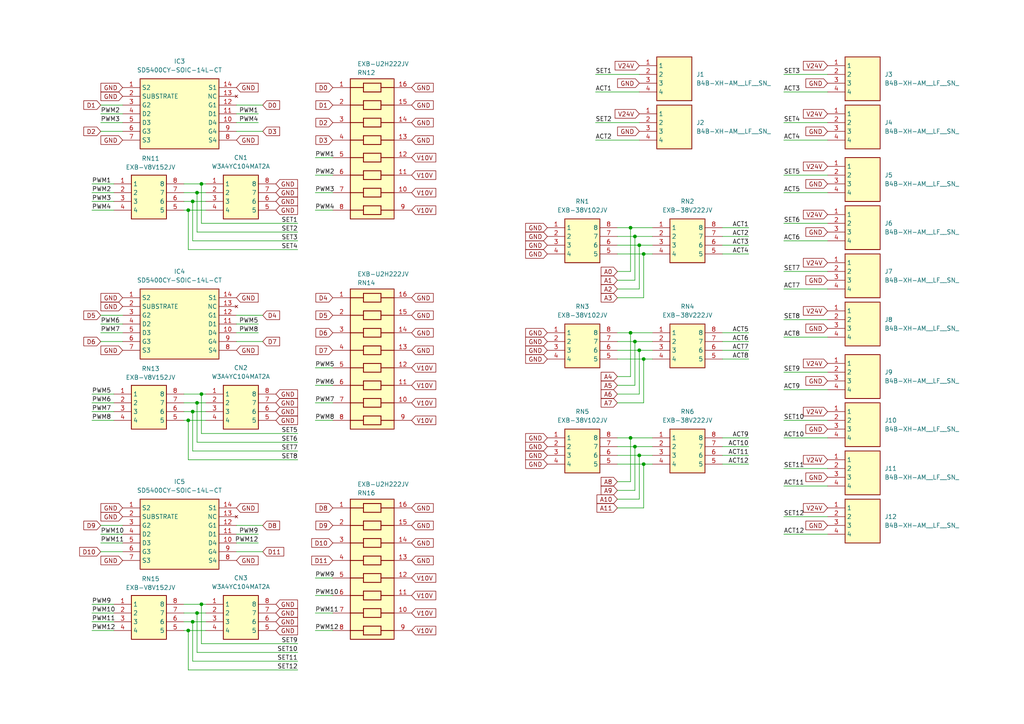
<source format=kicad_sch>
(kicad_sch (version 20231120) (generator "eeschema") (generator_version "8.0")
  (paper "A4")
  (lib_symbols
    (symbol "SamacSys_Parts:B4B-XH-AM__LF__SN_"
      (property "Reference" "J" (at 16.51 7.62 0))
      (property "Value" "B4B-XH-AM__LF__SN_" (at 16.51 5.08 0))
      (symbol "B4B-XH-AM__LF__SN__1_1"
        (pin passive line (at 0 0 0) (length 5.08) (name "1") (number "1"))
        (pin passive line (at 0 -2.54 0) (length 5.08) (name "2") (number "2"))
        (pin passive line (at 0 -5.08 0) (length 5.08) (name "3") (number "3"))
        (pin passive line (at 0 -7.62 0) (length 5.08) (name "4") (number "4"))
      )
    )
    (symbol "SamacSys_Parts:EXB-38V102JV"
      (property "Reference" "RN" (at 16.51 7.62 0))
      (property "Value" "EXB-38V102JV" (at 16.51 5.08 0))
      (symbol "EXB-38V102JV_1_1"
        (pin passive line (at 0 0 0) (length 5.08) (name "1") (number "1"))
        (pin passive line (at 0 -2.54 0) (length 5.08) (name "2") (number "2"))
        (pin passive line (at 0 -5.08 0) (length 5.08) (name "3") (number "3"))
        (pin passive line (at 0 -7.62 0) (length 5.08) (name "4") (number "4"))
        (pin passive line (at 20.32 -7.62 180) (length 5.08) (name "5") (number "5"))
        (pin passive line (at 20.32 -5.08 180) (length 5.08) (name "6") (number "6"))
        (pin passive line (at 20.32 -2.54 180) (length 5.08) (name "7") (number "7"))
        (pin passive line (at 20.32 0 180) (length 5.08) (name "8") (number "8"))
      )
    )
    (symbol "SamacSys_Parts:EXB-38V222JV"
      (property "Reference" "RN" (at 16.51 7.62 0))
      (property "Value" "EXB-38V222JV" (at 16.51 5.08 0))
      (symbol "EXB-38V222JV_1_1"
        (pin passive line (at 0 0 0) (length 5.08) (name "1") (number "1"))
        (pin passive line (at 0 -2.54 0) (length 5.08) (name "2") (number "2"))
        (pin passive line (at 0 -5.08 0) (length 5.08) (name "3") (number "3"))
        (pin passive line (at 0 -7.62 0) (length 5.08) (name "4") (number "4"))
        (pin passive line (at 20.32 -7.62 180) (length 5.08) (name "5") (number "5"))
        (pin passive line (at 20.32 -5.08 180) (length 5.08) (name "6") (number "6"))
        (pin passive line (at 20.32 -2.54 180) (length 5.08) (name "7") (number "7"))
        (pin passive line (at 20.32 0 180) (length 5.08) (name "8") (number "8"))
      )
    )
    (symbol "SamacSys_Parts:EXB-U2H222JV" (pin_names hide)
      (property "Reference" "RN" (at 25.908 -2.54 0))
      (property "Value" "EXB-U2H222JV" (at 25.908 -5.08 0))
      (symbol "EXB-U2H222JV_1_1"
        (pin passive line (at 7.62 -15.24 90) (length 5.08) (name "1") (number "1"))
        (pin passive line (at 38.1 7.62 270) (length 5.08) (name "10") (number "10"))
        (pin passive line (at 33.02 7.62 270) (length 5.08) (name "11") (number "11"))
        (pin passive line (at 27.94 7.62 270) (length 5.08) (name "12") (number "12"))
        (pin passive line (at 22.86 7.62 270) (length 5.08) (name "13") (number "13"))
        (pin passive line (at 17.78 7.62 270) (length 5.08) (name "14") (number "14"))
        (pin passive line (at 12.7 7.62 270) (length 5.08) (name "15") (number "15"))
        (pin passive line (at 7.62 7.62 270) (length 5.08) (name "16") (number "16"))
        (pin passive line (at 12.7 -15.24 90) (length 5.08) (name "2") (number "2"))
        (pin passive line (at 17.78 -15.24 90) (length 5.08) (name "3") (number "3"))
        (pin passive line (at 22.86 -15.24 90) (length 5.08) (name "4") (number "4"))
        (pin passive line (at 27.94 -15.24 90) (length 5.08) (name "5") (number "5"))
        (pin passive line (at 33.02 -15.24 90) (length 5.08) (name "6") (number "6"))
        (pin passive line (at 38.1 -15.24 90) (length 5.08) (name "7") (number "7"))
        (pin passive line (at 43.18 -15.24 90) (length 5.08) (name "8") (number "8"))
        (pin passive line (at 43.18 7.62 270) (length 5.08) (name "9") (number "9"))
      )
    )
    (symbol "SamacSys_Parts:EXB-V8V152JV"
      (property "Reference" "RN" (at 16.51 7.62 0))
      (property "Value" "EXB-V8V152JV" (at 16.51 5.08 0))
      (symbol "EXB-V8V152JV_1_1"
        (pin passive line (at 0 0 0) (length 5.08) (name "1") (number "1"))
        (pin passive line (at 0 -2.54 0) (length 5.08) (name "2") (number "2"))
        (pin passive line (at 0 -5.08 0) (length 5.08) (name "3") (number "3"))
        (pin passive line (at 0 -7.62 0) (length 5.08) (name "4") (number "4"))
        (pin passive line (at 20.32 -7.62 180) (length 5.08) (name "5") (number "5"))
        (pin passive line (at 20.32 -5.08 180) (length 5.08) (name "6") (number "6"))
        (pin passive line (at 20.32 -2.54 180) (length 5.08) (name "7") (number "7"))
        (pin passive line (at 20.32 0 180) (length 5.08) (name "8") (number "8"))
      )
    )
    (symbol "SamacSys_Parts:SD5400CY-SOIC-14L-CT"
      (property "Reference" "IC" (at 29.21 7.62 0))
      (property "Value" "SD5400CY-SOIC-14L-CT" (at 29.21 5.08 0))
      (symbol "SD5400CY-SOIC-14L-CT_1_1"
        (pin passive line (at 0 0 0) (length 5.08) (name "S2") (number "1"))
        (pin passive line (at 33.02 -10.16 180) (length 5.08) (name "D4") (number "10"))
        (pin passive line (at 33.02 -7.62 180) (length 5.08) (name "D1") (number "11"))
        (pin passive line (at 33.02 -5.08 180) (length 5.08) (name "G1") (number "12"))
        (pin no_connect line (at 33.02 -2.54 180) (length 5.08) (name "NC") (number "13"))
        (pin passive line (at 33.02 0 180) (length 5.08) (name "S1") (number "14"))
        (pin passive line (at 0 -2.54 0) (length 5.08) (name "SUBSTRATE") (number "2"))
        (pin passive line (at 0 -5.08 0) (length 5.08) (name "G2") (number "3"))
        (pin passive line (at 0 -7.62 0) (length 5.08) (name "D2") (number "4"))
        (pin passive line (at 0 -10.16 0) (length 5.08) (name "D3") (number "5"))
        (pin passive line (at 0 -12.7 0) (length 5.08) (name "G3") (number "6"))
        (pin passive line (at 0 -15.24 0) (length 5.08) (name "S3") (number "7"))
        (pin passive line (at 33.02 -15.24 180) (length 5.08) (name "S4") (number "8"))
        (pin passive line (at 33.02 -12.7 180) (length 5.08) (name "G4") (number "9"))
      )
    )
    (symbol "SamacSys_Parts:W3A4YC104MAT2A"
      (property "Reference" "CN" (at 16.51 7.62 0))
      (property "Value" "W3A4YC104MAT2A" (at 16.51 5.08 0))
      (symbol "W3A4YC104MAT2A_1_1"
        (pin passive line (at 0 0 0) (length 5.08) (name "1") (number "1"))
        (pin passive line (at 0 -2.54 0) (length 5.08) (name "2") (number "2"))
        (pin passive line (at 0 -5.08 0) (length 5.08) (name "3") (number "3"))
        (pin passive line (at 0 -7.62 0) (length 5.08) (name "4") (number "4"))
        (pin passive line (at 20.32 -7.62 180) (length 5.08) (name "5") (number "5"))
        (pin passive line (at 20.32 -5.08 180) (length 5.08) (name "6") (number "6"))
        (pin passive line (at 20.32 -2.54 180) (length 5.08) (name "7") (number "7"))
        (pin passive line (at 20.32 0 180) (length 5.08) (name "8") (number "8"))
      )
    )
  )
  (junction (at 54.61 182.88))
  (junction (at 184.15 129.54))
  (junction (at 58.42 53.34))
  (junction (at 55.88 58.42))
  (junction (at 55.88 180.34))
  (junction (at 54.61 121.92))
  (junction (at 57.15 177.8))
  (junction (at 186.69 73.66))
  (junction (at 184.15 68.58))
  (junction (at 58.42 114.3))
  (junction (at 54.61 60.96))
  (junction (at 186.69 134.62))
  (junction (at 58.42 175.26))
  (junction (at 184.15 99.06))
  (junction (at 55.88 119.38))
  (junction (at 185.42 132.08))
  (junction (at 57.15 116.84))
  (junction (at 57.15 55.88))
  (junction (at 186.69 104.14))
  (junction (at 182.88 127))
  (junction (at 185.42 71.12))
  (junction (at 182.88 96.52))
  (junction (at 185.42 101.6))
  (junction (at 182.88 66.04))
  (wire (pts (xy 57.15 55.88) (xy 59.69 55.88)))
  (wire (pts (xy 26.67 180.34) (xy 33.02 180.34)))
  (wire (pts (xy 26.67 114.3) (xy 33.02 114.3)))
  (wire (pts (xy 179.07 81.28) (xy 184.15 81.28)))
  (wire (pts (xy 186.69 73.66) (xy 189.23 73.66)))
  (wire (pts (xy 179.07 104.14) (xy 186.69 104.14)))
  (wire (pts (xy 26.67 177.8) (xy 33.02 177.8)))
  (wire (pts (xy 179.07 147.32) (xy 186.69 147.32)))
  (wire (pts (xy 179.07 142.24) (xy 184.15 142.24)))
  (wire (pts (xy 29.21 35.56) (xy 35.56 35.56)))
  (wire (pts (xy 86.36 128.27) (xy 57.15 128.27)))
  (wire (pts (xy 91.44 106.68) (xy 96.52 106.68)))
  (wire (pts (xy 179.07 86.36) (xy 186.69 86.36)))
  (wire (pts (xy 179.07 101.6) (xy 185.42 101.6)))
  (wire (pts (xy 179.07 78.74) (xy 182.88 78.74)))
  (wire (pts (xy 68.58 154.94) (xy 74.93 154.94)))
  (wire (pts (xy 86.36 189.23) (xy 57.15 189.23)))
  (wire (pts (xy 227.33 55.88) (xy 240.03 55.88)))
  (wire (pts (xy 184.15 111.76) (xy 184.15 99.06)))
  (wire (pts (xy 58.42 64.77) (xy 58.42 53.34)))
  (wire (pts (xy 26.67 60.96) (xy 33.02 60.96)))
  (wire (pts (xy 58.42 186.69) (xy 58.42 175.26)))
  (wire (pts (xy 227.33 97.79) (xy 240.03 97.79)))
  (wire (pts (xy 227.33 21.59) (xy 240.03 21.59)))
  (wire (pts (xy 209.55 71.12) (xy 217.17 71.12)))
  (wire (pts (xy 184.15 142.24) (xy 184.15 129.54)))
  (wire (pts (xy 179.07 114.3) (xy 185.42 114.3)))
  (wire (pts (xy 179.07 129.54) (xy 184.15 129.54)))
  (wire (pts (xy 227.33 50.8) (xy 240.03 50.8)))
  (wire (pts (xy 179.07 132.08) (xy 185.42 132.08)))
  (wire (pts (xy 209.55 129.54) (xy 217.17 129.54)))
  (wire (pts (xy 86.36 133.35) (xy 54.61 133.35)))
  (wire (pts (xy 185.42 114.3) (xy 185.42 101.6)))
  (wire (pts (xy 68.58 35.56) (xy 74.93 35.56)))
  (wire (pts (xy 91.44 167.64) (xy 96.52 167.64)))
  (wire (pts (xy 54.61 182.88) (xy 59.69 182.88)))
  (wire (pts (xy 29.21 96.52) (xy 35.56 96.52)))
  (wire (pts (xy 172.72 40.64) (xy 185.42 40.64)))
  (wire (pts (xy 91.44 121.92) (xy 96.52 121.92)))
  (wire (pts (xy 53.34 55.88) (xy 57.15 55.88)))
  (wire (pts (xy 227.33 127) (xy 240.03 127)))
  (wire (pts (xy 86.36 64.77) (xy 58.42 64.77)))
  (wire (pts (xy 209.55 73.66) (xy 217.17 73.66)))
  (wire (pts (xy 185.42 101.6) (xy 189.23 101.6)))
  (wire (pts (xy 86.36 194.31) (xy 54.61 194.31)))
  (wire (pts (xy 185.42 83.82) (xy 185.42 71.12)))
  (wire (pts (xy 179.07 68.58) (xy 184.15 68.58)))
  (wire (pts (xy 26.67 182.88) (xy 33.02 182.88)))
  (wire (pts (xy 29.21 160.02) (xy 35.56 160.02)))
  (wire (pts (xy 185.42 132.08) (xy 189.23 132.08)))
  (wire (pts (xy 29.21 157.48) (xy 35.56 157.48)))
  (wire (pts (xy 53.34 53.34) (xy 58.42 53.34)))
  (wire (pts (xy 186.69 104.14) (xy 189.23 104.14)))
  (wire (pts (xy 91.44 111.76) (xy 96.52 111.76)))
  (wire (pts (xy 68.58 152.4) (xy 76.2 152.4)))
  (wire (pts (xy 186.69 134.62) (xy 189.23 134.62)))
  (wire (pts (xy 179.07 66.04) (xy 182.88 66.04)))
  (wire (pts (xy 86.36 69.85) (xy 55.88 69.85)))
  (wire (pts (xy 91.44 60.96) (xy 96.52 60.96)))
  (wire (pts (xy 227.33 113.03) (xy 240.03 113.03)))
  (wire (pts (xy 55.88 119.38) (xy 59.69 119.38)))
  (wire (pts (xy 26.67 119.38) (xy 33.02 119.38)))
  (wire (pts (xy 184.15 68.58) (xy 189.23 68.58)))
  (wire (pts (xy 184.15 129.54) (xy 189.23 129.54)))
  (wire (pts (xy 179.07 96.52) (xy 182.88 96.52)))
  (wire (pts (xy 227.33 26.67) (xy 240.03 26.67)))
  (wire (pts (xy 53.34 119.38) (xy 55.88 119.38)))
  (wire (pts (xy 179.07 109.22) (xy 182.88 109.22)))
  (wire (pts (xy 227.33 35.56) (xy 240.03 35.56)))
  (wire (pts (xy 227.33 83.82) (xy 240.03 83.82)))
  (wire (pts (xy 57.15 128.27) (xy 57.15 116.84)))
  (wire (pts (xy 57.15 116.84) (xy 59.69 116.84)))
  (wire (pts (xy 26.67 55.88) (xy 33.02 55.88)))
  (wire (pts (xy 29.21 38.1) (xy 35.56 38.1)))
  (wire (pts (xy 29.21 99.06) (xy 35.56 99.06)))
  (wire (pts (xy 182.88 96.52) (xy 182.88 109.22)))
  (wire (pts (xy 179.07 111.76) (xy 184.15 111.76)))
  (wire (pts (xy 209.55 68.58) (xy 217.17 68.58)))
  (wire (pts (xy 57.15 67.31) (xy 57.15 55.88)))
  (wire (pts (xy 209.55 99.06) (xy 217.17 99.06)))
  (wire (pts (xy 55.88 191.77) (xy 55.88 180.34)))
  (wire (pts (xy 53.34 116.84) (xy 57.15 116.84)))
  (wire (pts (xy 184.15 99.06) (xy 189.23 99.06)))
  (wire (pts (xy 29.21 33.02) (xy 35.56 33.02)))
  (wire (pts (xy 58.42 114.3) (xy 59.69 114.3)))
  (wire (pts (xy 182.88 66.04) (xy 189.23 66.04)))
  (wire (pts (xy 172.72 26.67) (xy 185.42 26.67)))
  (wire (pts (xy 227.33 69.85) (xy 240.03 69.85)))
  (wire (pts (xy 68.58 160.02) (xy 76.2 160.02)))
  (wire (pts (xy 54.61 194.31) (xy 54.61 182.88)))
  (wire (pts (xy 68.58 99.06) (xy 76.2 99.06)))
  (wire (pts (xy 53.34 182.88) (xy 54.61 182.88)))
  (wire (pts (xy 54.61 60.96) (xy 59.69 60.96)))
  (wire (pts (xy 186.69 147.32) (xy 186.69 134.62)))
  (wire (pts (xy 179.07 144.78) (xy 185.42 144.78)))
  (wire (pts (xy 179.07 134.62) (xy 186.69 134.62)))
  (wire (pts (xy 179.07 71.12) (xy 185.42 71.12)))
  (wire (pts (xy 227.33 107.95) (xy 240.03 107.95)))
  (wire (pts (xy 227.33 121.92) (xy 240.03 121.92)))
  (wire (pts (xy 227.33 40.64) (xy 240.03 40.64)))
  (wire (pts (xy 227.33 64.77) (xy 240.03 64.77)))
  (wire (pts (xy 68.58 33.02) (xy 74.93 33.02)))
  (wire (pts (xy 86.36 191.77) (xy 55.88 191.77)))
  (wire (pts (xy 54.61 121.92) (xy 59.69 121.92)))
  (wire (pts (xy 227.33 135.89) (xy 240.03 135.89)))
  (wire (pts (xy 209.55 66.04) (xy 217.17 66.04)))
  (wire (pts (xy 227.33 149.86) (xy 240.03 149.86)))
  (wire (pts (xy 91.44 116.84) (xy 96.52 116.84)))
  (wire (pts (xy 26.67 116.84) (xy 33.02 116.84)))
  (wire (pts (xy 179.07 73.66) (xy 186.69 73.66)))
  (wire (pts (xy 209.55 96.52) (xy 217.17 96.52)))
  (wire (pts (xy 182.88 127) (xy 182.88 139.7)))
  (wire (pts (xy 186.69 86.36) (xy 186.69 73.66)))
  (wire (pts (xy 53.34 180.34) (xy 55.88 180.34)))
  (wire (pts (xy 185.42 71.12) (xy 189.23 71.12)))
  (wire (pts (xy 86.36 67.31) (xy 57.15 67.31)))
  (wire (pts (xy 26.67 175.26) (xy 33.02 175.26)))
  (wire (pts (xy 227.33 78.74) (xy 240.03 78.74)))
  (wire (pts (xy 55.88 180.34) (xy 59.69 180.34)))
  (wire (pts (xy 179.07 116.84) (xy 186.69 116.84)))
  (wire (pts (xy 91.44 182.88) (xy 96.52 182.88)))
  (wire (pts (xy 29.21 154.94) (xy 35.56 154.94)))
  (wire (pts (xy 54.61 72.39) (xy 54.61 60.96)))
  (wire (pts (xy 54.61 133.35) (xy 54.61 121.92)))
  (wire (pts (xy 53.34 175.26) (xy 58.42 175.26)))
  (wire (pts (xy 209.55 104.14) (xy 217.17 104.14)))
  (wire (pts (xy 91.44 50.8) (xy 96.52 50.8)))
  (wire (pts (xy 55.88 58.42) (xy 59.69 58.42)))
  (wire (pts (xy 209.55 134.62) (xy 217.17 134.62)))
  (wire (pts (xy 179.07 127) (xy 182.88 127)))
  (wire (pts (xy 209.55 132.08) (xy 217.17 132.08)))
  (wire (pts (xy 58.42 175.26) (xy 59.69 175.26)))
  (wire (pts (xy 172.72 35.56) (xy 185.42 35.56)))
  (wire (pts (xy 179.07 83.82) (xy 185.42 83.82)))
  (wire (pts (xy 53.34 114.3) (xy 58.42 114.3)))
  (wire (pts (xy 26.67 121.92) (xy 33.02 121.92)))
  (wire (pts (xy 58.42 53.34) (xy 59.69 53.34)))
  (wire (pts (xy 53.34 58.42) (xy 55.88 58.42)))
  (wire (pts (xy 209.55 101.6) (xy 217.17 101.6)))
  (wire (pts (xy 182.88 66.04) (xy 182.88 78.74)))
  (wire (pts (xy 29.21 30.48) (xy 35.56 30.48)))
  (wire (pts (xy 68.58 93.98) (xy 74.93 93.98)))
  (wire (pts (xy 68.58 157.48) (xy 74.93 157.48)))
  (wire (pts (xy 86.36 125.73) (xy 58.42 125.73)))
  (wire (pts (xy 185.42 144.78) (xy 185.42 132.08)))
  (wire (pts (xy 53.34 177.8) (xy 57.15 177.8)))
  (wire (pts (xy 68.58 38.1) (xy 76.2 38.1)))
  (wire (pts (xy 179.07 99.06) (xy 184.15 99.06)))
  (wire (pts (xy 29.21 91.44) (xy 35.56 91.44)))
  (wire (pts (xy 91.44 172.72) (xy 96.52 172.72)))
  (wire (pts (xy 227.33 92.71) (xy 240.03 92.71)))
  (wire (pts (xy 26.67 53.34) (xy 33.02 53.34)))
  (wire (pts (xy 91.44 55.88) (xy 96.52 55.88)))
  (wire (pts (xy 68.58 91.44) (xy 76.2 91.44)))
  (wire (pts (xy 68.58 30.48) (xy 76.2 30.48)))
  (wire (pts (xy 55.88 69.85) (xy 55.88 58.42)))
  (wire (pts (xy 26.67 58.42) (xy 33.02 58.42)))
  (wire (pts (xy 86.36 130.81) (xy 55.88 130.81)))
  (wire (pts (xy 209.55 127) (xy 217.17 127)))
  (wire (pts (xy 184.15 81.28) (xy 184.15 68.58)))
  (wire (pts (xy 68.58 96.52) (xy 74.93 96.52)))
  (wire (pts (xy 57.15 177.8) (xy 59.69 177.8)))
  (wire (pts (xy 227.33 140.97) (xy 240.03 140.97)))
  (wire (pts (xy 86.36 186.69) (xy 58.42 186.69)))
  (wire (pts (xy 86.36 72.39) (xy 54.61 72.39)))
  (wire (pts (xy 186.69 116.84) (xy 186.69 104.14)))
  (wire (pts (xy 179.07 139.7) (xy 182.88 139.7)))
  (wire (pts (xy 57.15 189.23) (xy 57.15 177.8)))
  (wire (pts (xy 29.21 152.4) (xy 35.56 152.4)))
  (wire (pts (xy 91.44 177.8) (xy 96.52 177.8)))
  (wire (pts (xy 29.21 93.98) (xy 35.56 93.98)))
  (wire (pts (xy 91.44 45.72) (xy 96.52 45.72)))
  (wire (pts (xy 227.33 154.94) (xy 240.03 154.94)))
  (wire (pts (xy 182.88 96.52) (xy 189.23 96.52)))
  (wire (pts (xy 53.34 60.96) (xy 54.61 60.96)))
  (wire (pts (xy 58.42 125.73) (xy 58.42 114.3)))
  (wire (pts (xy 53.34 121.92) (xy 54.61 121.92)))
  (wire (pts (xy 172.72 21.59) (xy 185.42 21.59)))
  (wire (pts (xy 182.88 127) (xy 189.23 127)))
  (wire (pts (xy 55.88 130.81) (xy 55.88 119.38)))
  (label "ACT12" (at 217.17 134.62 180))
  (label "PWM12" (at 74.93 157.48 180))
  (label "ACT3" (at 217.17 71.12 180))
  (label "PWM4" (at 26.67 60.96 0))
  (label "SET8" (at 86.36 133.35 180))
  (label "ACT4" (at 227.33 40.64 0))
  (label "SET7" (at 86.36 130.81 180))
  (label "PWM3" (at 26.67 58.42 0))
  (label "PWM6" (at 29.21 93.98 0))
  (label "ACT6" (at 217.17 99.06 180))
  (label "PWM4" (at 91.44 60.96 0))
  (label "ACT7" (at 227.33 83.82 0))
  (label "PWM5" (at 91.44 106.68 0))
  (label "PWM1" (at 74.93 33.02 180))
  (label "SET6" (at 86.36 128.27 180))
  (label "PWM9" (at 91.44 167.64 0))
  (label "ACT2" (at 172.72 40.64 0))
  (label "SET2" (at 86.36 67.31 180))
  (label "PWM2" (at 91.44 50.8 0))
  (label "ACT5" (at 227.33 55.88 0))
  (label "PWM1" (at 91.44 45.72 0))
  (label "ACT3" (at 227.33 26.67 0))
  (label "SET5" (at 227.33 50.8 0))
  (label "SET4" (at 227.33 35.56 0))
  (label "ACT8" (at 217.17 104.14 180))
  (label "ACT10" (at 227.33 127 0))
  (label "SET2" (at 172.72 35.56 0))
  (label "PWM2" (at 26.67 55.88 0))
  (label "PWM10" (at 26.67 177.8 0))
  (label "PWM2" (at 29.21 33.02 0))
  (label "ACT5" (at 217.17 96.52 180))
  (label "ACT9" (at 217.17 127 180))
  (label "ACT4" (at 217.17 73.66 180))
  (label "SET10" (at 227.33 121.92 0))
  (label "PWM3" (at 91.44 55.88 0))
  (label "PWM10" (at 91.44 172.72 0))
  (label "SET11" (at 86.36 191.77 180))
  (label "SET8" (at 227.33 92.71 0))
  (label "PWM11" (at 91.44 177.8 0))
  (label "PWM3" (at 29.21 35.56 0))
  (label "PWM12" (at 91.44 182.88 0))
  (label "SET6" (at 227.33 64.77 0))
  (label "PWM8" (at 74.93 96.52 180))
  (label "ACT1" (at 172.72 26.67 0))
  (label "ACT8" (at 227.33 97.79 0))
  (label "PWM8" (at 26.67 121.92 0))
  (label "SET3" (at 86.36 69.85 180))
  (label "PWM6" (at 91.44 111.76 0))
  (label "ACT6" (at 227.33 69.85 0))
  (label "SET9" (at 86.36 186.69 180))
  (label "SET3" (at 227.33 21.59 0))
  (label "PWM7" (at 26.67 119.38 0))
  (label "SET12" (at 227.33 149.86 0))
  (label "PWM12" (at 26.67 182.88 0))
  (label "PWM4" (at 74.93 35.56 180))
  (label "SET10" (at 86.36 189.23 180))
  (label "SET9" (at 227.33 107.95 0))
  (label "ACT11" (at 227.33 140.97 0))
  (label "PWM7" (at 91.44 116.84 0))
  (label "SET5" (at 86.36 125.73 180))
  (label "SET7" (at 227.33 78.74 0))
  (label "SET4" (at 86.36 72.39 180))
  (label "SET1" (at 172.72 21.59 0))
  (label "PWM9" (at 74.93 154.94 180))
  (label "ACT12" (at 227.33 154.94 0))
  (label "PWM11" (at 29.21 157.48 0))
  (label "PWM10" (at 29.21 154.94 0))
  (label "ACT7" (at 217.17 101.6 180))
  (label "ACT2" (at 217.17 68.58 180))
  (label "PWM9" (at 26.67 175.26 0))
  (label "ACT9" (at 227.33 113.03 0))
  (label "PWM11" (at 26.67 180.34 0))
  (label "SET11" (at 227.33 135.89 0))
  (label "ACT1" (at 217.17 66.04 180))
  (label "PWM7" (at 29.21 96.52 0))
  (label "ACT10" (at 217.17 129.54 180))
  (label "PWM5" (at 26.67 114.3 0))
  (label "PWM8" (at 91.44 121.92 0))
  (label "ACT11" (at 217.17 132.08 180))
  (label "PWM1" (at 26.67 53.34 0))
  (label "SET1" (at 86.36 64.77 180))
  (label "PWM5" (at 74.93 93.98 180))
  (label "SET12" (at 86.36 194.31 180))
  (label "PWM6" (at 26.67 116.84 0))
  (global_label "D0" (shape input) (at 76.2 30.48 0) (property "Intersheetrefs" "${INTERSHEET_REFS}" (effects (hide yes))))
  (global_label "V24V" (shape input) (at 240.03 19.05 180) (property "Intersheetrefs" "${INTERSHEET_REFS}" (effects (hide yes))))
  (global_label "GND" (shape input) (at 240.03 95.25 180) (property "Intersheetrefs" "${INTERSHEET_REFS}" (effects (hide yes))))
  (global_label "V24V" (shape input) (at 240.03 119.38 180) (property "Intersheetrefs" "${INTERSHEET_REFS}" (effects (hide yes))))
  (global_label "D1" (shape input) (at 96.52 30.48 180) (property "Intersheetrefs" "${INTERSHEET_REFS}" (effects (hide yes))))
  (global_label "A1" (shape input) (at 179.07 81.28 180) (property "Intersheetrefs" "${INTERSHEET_REFS}" (effects (hide yes))))
  (global_label "GND" (shape input) (at 35.56 27.94 180) (property "Intersheetrefs" "${INTERSHEET_REFS}" (effects (hide yes))))
  (global_label "A9" (shape input) (at 179.07 142.24 180) (property "Intersheetrefs" "${INTERSHEET_REFS}" (effects (hide yes))))
  (global_label "GND" (shape input) (at 80.01 180.34 0) (property "Intersheetrefs" "${INTERSHEET_REFS}" (effects (hide yes))))
  (global_label "V24V" (shape input) (at 185.42 19.05 180) (property "Intersheetrefs" "${INTERSHEET_REFS}" (effects (hide yes))))
  (global_label "GND" (shape input) (at 158.75 73.66 180) (property "Intersheetrefs" "${INTERSHEET_REFS}" (effects (hide yes))))
  (global_label "GND" (shape input) (at 35.56 149.86 180) (property "Intersheetrefs" "${INTERSHEET_REFS}" (effects (hide yes))))
  (global_label "GND" (shape input) (at 158.75 68.58 180) (property "Intersheetrefs" "${INTERSHEET_REFS}" (effects (hide yes))))
  (global_label "V10V" (shape input) (at 119.38 50.8 0) (property "Intersheetrefs" "${INTERSHEET_REFS}" (effects (hide yes))))
  (global_label "GND" (shape input) (at 240.03 67.31 180) (property "Intersheetrefs" "${INTERSHEET_REFS}" (effects (hide yes))))
  (global_label "V10V" (shape input) (at 119.38 167.64 0) (property "Intersheetrefs" "${INTERSHEET_REFS}" (effects (hide yes))))
  (global_label "D3" (shape input) (at 96.52 40.64 180) (property "Intersheetrefs" "${INTERSHEET_REFS}" (effects (hide yes))))
  (global_label "A6" (shape input) (at 179.07 114.3 180) (property "Intersheetrefs" "${INTERSHEET_REFS}" (effects (hide yes))))
  (global_label "GND" (shape input) (at 119.38 147.32 0) (property "Intersheetrefs" "${INTERSHEET_REFS}" (effects (hide yes))))
  (global_label "GND" (shape input) (at 80.01 119.38 0) (property "Intersheetrefs" "${INTERSHEET_REFS}" (effects (hide yes))))
  (global_label "GND" (shape input) (at 80.01 53.34 0) (property "Intersheetrefs" "${INTERSHEET_REFS}" (effects (hide yes))))
  (global_label "GND" (shape input) (at 158.75 71.12 180) (property "Intersheetrefs" "${INTERSHEET_REFS}" (effects (hide yes))))
  (global_label "V10V" (shape input) (at 119.38 60.96 0) (property "Intersheetrefs" "${INTERSHEET_REFS}" (effects (hide yes))))
  (global_label "GND" (shape input) (at 68.58 40.64 0) (property "Intersheetrefs" "${INTERSHEET_REFS}" (effects (hide yes))))
  (global_label "GND" (shape input) (at 158.75 132.08 180) (property "Intersheetrefs" "${INTERSHEET_REFS}" (effects (hide yes))))
  (global_label "GND" (shape input) (at 80.01 175.26 0) (property "Intersheetrefs" "${INTERSHEET_REFS}" (effects (hide yes))))
  (global_label "D6" (shape input) (at 29.21 99.06 180) (property "Intersheetrefs" "${INTERSHEET_REFS}" (effects (hide yes))))
  (global_label "V10V" (shape input) (at 119.38 182.88 0) (property "Intersheetrefs" "${INTERSHEET_REFS}" (effects (hide yes))))
  (global_label "GND" (shape input) (at 35.56 88.9 180) (property "Intersheetrefs" "${INTERSHEET_REFS}" (effects (hide yes))))
  (global_label "A4" (shape input) (at 179.07 109.22 180) (property "Intersheetrefs" "${INTERSHEET_REFS}" (effects (hide yes))))
  (global_label "V10V" (shape input) (at 119.38 177.8 0) (property "Intersheetrefs" "${INTERSHEET_REFS}" (effects (hide yes))))
  (global_label "D5" (shape input) (at 29.21 91.44 180) (property "Intersheetrefs" "${INTERSHEET_REFS}" (effects (hide yes))))
  (global_label "GND" (shape input) (at 119.38 96.52 0) (property "Intersheetrefs" "${INTERSHEET_REFS}" (effects (hide yes))))
  (global_label "A0" (shape input) (at 179.07 78.74 180) (property "Intersheetrefs" "${INTERSHEET_REFS}" (effects (hide yes))))
  (global_label "GND" (shape input) (at 185.42 24.13 180) (property "Intersheetrefs" "${INTERSHEET_REFS}" (effects (hide yes))))
  (global_label "GND" (shape input) (at 80.01 58.42 0) (property "Intersheetrefs" "${INTERSHEET_REFS}" (effects (hide yes))))
  (global_label "GND" (shape input) (at 158.75 99.06 180) (property "Intersheetrefs" "${INTERSHEET_REFS}" (effects (hide yes))))
  (global_label "V24V" (shape input) (at 240.03 105.41 180) (property "Intersheetrefs" "${INTERSHEET_REFS}" (effects (hide yes))))
  (global_label "GND" (shape input) (at 158.75 96.52 180) (property "Intersheetrefs" "${INTERSHEET_REFS}" (effects (hide yes))))
  (global_label "D10" (shape input) (at 29.21 160.02 180) (property "Intersheetrefs" "${INTERSHEET_REFS}" (effects (hide yes))))
  (global_label "V10V" (shape input) (at 119.38 116.84 0) (property "Intersheetrefs" "${INTERSHEET_REFS}" (effects (hide yes))))
  (global_label "GND" (shape input) (at 119.38 162.56 0) (property "Intersheetrefs" "${INTERSHEET_REFS}" (effects (hide yes))))
  (global_label "GND" (shape input) (at 240.03 81.28 180) (property "Intersheetrefs" "${INTERSHEET_REFS}" (effects (hide yes))))
  (global_label "D5" (shape input) (at 96.52 91.44 180) (property "Intersheetrefs" "${INTERSHEET_REFS}" (effects (hide yes))))
  (global_label "GND" (shape input) (at 240.03 110.49 180) (property "Intersheetrefs" "${INTERSHEET_REFS}" (effects (hide yes))))
  (global_label "GND" (shape input) (at 119.38 35.56 0) (property "Intersheetrefs" "${INTERSHEET_REFS}" (effects (hide yes))))
  (global_label "GND" (shape input) (at 68.58 147.32 0) (property "Intersheetrefs" "${INTERSHEET_REFS}" (effects (hide yes))))
  (global_label "D9" (shape input) (at 96.52 152.4 180) (property "Intersheetrefs" "${INTERSHEET_REFS}" (effects (hide yes))))
  (global_label "GND" (shape input) (at 158.75 104.14 180) (property "Intersheetrefs" "${INTERSHEET_REFS}" (effects (hide yes))))
  (global_label "V24V" (shape input) (at 240.03 62.23 180) (property "Intersheetrefs" "${INTERSHEET_REFS}" (effects (hide yes))))
  (global_label "GND" (shape input) (at 158.75 134.62 180) (property "Intersheetrefs" "${INTERSHEET_REFS}" (effects (hide yes))))
  (global_label "GND" (shape input) (at 240.03 38.1 180) (property "Intersheetrefs" "${INTERSHEET_REFS}" (effects (hide yes))))
  (global_label "GND" (shape input) (at 158.75 66.04 180) (property "Intersheetrefs" "${INTERSHEET_REFS}" (effects (hide yes))))
  (global_label "D3" (shape input) (at 76.2 38.1 0) (property "Intersheetrefs" "${INTERSHEET_REFS}" (effects (hide yes))))
  (global_label "GND" (shape input) (at 240.03 138.43 180) (property "Intersheetrefs" "${INTERSHEET_REFS}" (effects (hide yes))))
  (global_label "D8" (shape input) (at 76.2 152.4 0) (property "Intersheetrefs" "${INTERSHEET_REFS}" (effects (hide yes))))
  (global_label "GND" (shape input) (at 240.03 152.4 180) (property "Intersheetrefs" "${INTERSHEET_REFS}" (effects (hide yes))))
  (global_label "D2" (shape input) (at 29.21 38.1 180) (property "Intersheetrefs" "${INTERSHEET_REFS}" (effects (hide yes))))
  (global_label "D8" (shape input) (at 96.52 147.32 180) (property "Intersheetrefs" "${INTERSHEET_REFS}" (effects (hide yes))))
  (global_label "D7" (shape input) (at 96.52 101.6 180) (property "Intersheetrefs" "${INTERSHEET_REFS}" (effects (hide yes))))
  (global_label "GND" (shape input) (at 158.75 129.54 180) (property "Intersheetrefs" "${INTERSHEET_REFS}" (effects (hide yes))))
  (global_label "V24V" (shape input) (at 240.03 76.2 180) (property "Intersheetrefs" "${INTERSHEET_REFS}" (effects (hide yes))))
  (global_label "GND" (shape input) (at 68.58 25.4 0) (property "Intersheetrefs" "${INTERSHEET_REFS}" (effects (hide yes))))
  (global_label "GND" (shape input) (at 119.38 91.44 0) (property "Intersheetrefs" "${INTERSHEET_REFS}" (effects (hide yes))))
  (global_label "GND" (shape input) (at 80.01 60.96 0) (property "Intersheetrefs" "${INTERSHEET_REFS}" (effects (hide yes))))
  (global_label "GND" (shape input) (at 119.38 152.4 0) (property "Intersheetrefs" "${INTERSHEET_REFS}" (effects (hide yes))))
  (global_label "GND" (shape input) (at 80.01 55.88 0) (property "Intersheetrefs" "${INTERSHEET_REFS}" (effects (hide yes))))
  (global_label "GND" (shape input) (at 68.58 162.56 0) (property "Intersheetrefs" "${INTERSHEET_REFS}" (effects (hide yes))))
  (global_label "GND" (shape input) (at 35.56 147.32 180) (property "Intersheetrefs" "${INTERSHEET_REFS}" (effects (hide yes))))
  (global_label "A8" (shape input) (at 179.07 139.7 180) (property "Intersheetrefs" "${INTERSHEET_REFS}" (effects (hide yes))))
  (global_label "GND" (shape input) (at 80.01 177.8 0) (property "Intersheetrefs" "${INTERSHEET_REFS}" (effects (hide yes))))
  (global_label "V24V" (shape input) (at 240.03 133.35 180) (property "Intersheetrefs" "${INTERSHEET_REFS}" (effects (hide yes))))
  (global_label "A3" (shape input) (at 179.07 86.36 180) (property "Intersheetrefs" "${INTERSHEET_REFS}" (effects (hide yes))))
  (global_label "GND" (shape input) (at 119.38 30.48 0) (property "Intersheetrefs" "${INTERSHEET_REFS}" (effects (hide yes))))
  (global_label "GND" (shape input) (at 80.01 114.3 0) (property "Intersheetrefs" "${INTERSHEET_REFS}" (effects (hide yes))))
  (global_label "GND" (shape input) (at 119.38 40.64 0) (property "Intersheetrefs" "${INTERSHEET_REFS}" (effects (hide yes))))
  (global_label "V24V" (shape input) (at 240.03 33.02 180) (property "Intersheetrefs" "${INTERSHEET_REFS}" (effects (hide yes))))
  (global_label "GND" (shape input) (at 80.01 121.92 0) (property "Intersheetrefs" "${INTERSHEET_REFS}" (effects (hide yes))))
  (global_label "A10" (shape input) (at 179.07 144.78 180) (property "Intersheetrefs" "${INTERSHEET_REFS}" (effects (hide yes))))
  (global_label "D2" (shape input) (at 96.52 35.56 180) (property "Intersheetrefs" "${INTERSHEET_REFS}" (effects (hide yes))))
  (global_label "GND" (shape input) (at 240.03 124.46 180) (property "Intersheetrefs" "${INTERSHEET_REFS}" (effects (hide yes))))
  (global_label "V24V" (shape input) (at 185.42 33.02 180) (property "Intersheetrefs" "${INTERSHEET_REFS}" (effects (hide yes))))
  (global_label "GND" (shape input) (at 35.56 101.6 180) (property "Intersheetrefs" "${INTERSHEET_REFS}" (effects (hide yes))))
  (global_label "A7" (shape input) (at 179.07 116.84 180) (property "Intersheetrefs" "${INTERSHEET_REFS}" (effects (hide yes))))
  (global_label "GND" (shape input) (at 240.03 53.34 180) (property "Intersheetrefs" "${INTERSHEET_REFS}" (effects (hide yes))))
  (global_label "GND" (shape input) (at 185.42 38.1 180) (property "Intersheetrefs" "${INTERSHEET_REFS}" (effects (hide yes))))
  (global_label "V24V" (shape input) (at 240.03 147.32 180) (property "Intersheetrefs" "${INTERSHEET_REFS}" (effects (hide yes))))
  (global_label "V10V" (shape input) (at 119.38 55.88 0) (property "Intersheetrefs" "${INTERSHEET_REFS}" (effects (hide yes))))
  (global_label "D10" (shape input) (at 96.52 157.48 180) (property "Intersheetrefs" "${INTERSHEET_REFS}" (effects (hide yes))))
  (global_label "A2" (shape input) (at 179.07 83.82 180) (property "Intersheetrefs" "${INTERSHEET_REFS}" (effects (hide yes))))
  (global_label "V10V" (shape input) (at 119.38 172.72 0) (property "Intersheetrefs" "${INTERSHEET_REFS}" (effects (hide yes))))
  (global_label "V24V" (shape input) (at 240.03 48.26 180) (property "Intersheetrefs" "${INTERSHEET_REFS}" (effects (hide yes))))
  (global_label "D4" (shape input) (at 96.52 86.36 180) (property "Intersheetrefs" "${INTERSHEET_REFS}" (effects (hide yes))))
  (global_label "GND" (shape input) (at 158.75 127 180) (property "Intersheetrefs" "${INTERSHEET_REFS}" (effects (hide yes))))
  (global_label "D11" (shape input) (at 96.52 162.56 180) (property "Intersheetrefs" "${INTERSHEET_REFS}" (effects (hide yes))))
  (global_label "GND" (shape input) (at 240.03 24.13 180) (property "Intersheetrefs" "${INTERSHEET_REFS}" (effects (hide yes))))
  (global_label "GND" (shape input) (at 35.56 25.4 180) (property "Intersheetrefs" "${INTERSHEET_REFS}" (effects (hide yes))))
  (global_label "GND" (shape input) (at 68.58 86.36 0) (property "Intersheetrefs" "${INTERSHEET_REFS}" (effects (hide yes))))
  (global_label "V10V" (shape input) (at 119.38 106.68 0) (property "Intersheetrefs" "${INTERSHEET_REFS}" (effects (hide yes))))
  (global_label "GND" (shape input) (at 35.56 162.56 180) (property "Intersheetrefs" "${INTERSHEET_REFS}" (effects (hide yes))))
  (global_label "D11" (shape input) (at 76.2 160.02 0) (property "Intersheetrefs" "${INTERSHEET_REFS}" (effects (hide yes))))
  (global_label "D6" (shape input) (at 96.52 96.52 180) (property "Intersheetrefs" "${INTERSHEET_REFS}" (effects (hide yes))))
  (global_label "GND" (shape input) (at 119.38 157.48 0) (property "Intersheetrefs" "${INTERSHEET_REFS}" (effects (hide yes))))
  (global_label "V24V" (shape input) (at 240.03 90.17 180) (property "Intersheetrefs" "${INTERSHEET_REFS}" (effects (hide yes))))
  (global_label "GND" (shape input) (at 119.38 86.36 0) (property "Intersheetrefs" "${INTERSHEET_REFS}" (effects (hide yes))))
  (global_label "D1" (shape input) (at 29.21 30.48 180) (property "Intersheetrefs" "${INTERSHEET_REFS}" (effects (hide yes))))
  (global_label "GND" (shape input) (at 119.38 25.4 0) (property "Intersheetrefs" "${INTERSHEET_REFS}" (effects (hide yes))))
  (global_label "GND" (shape input) (at 80.01 182.88 0) (property "Intersheetrefs" "${INTERSHEET_REFS}" (effects (hide yes))))
  (global_label "D9" (shape input) (at 29.21 152.4 180) (property "Intersheetrefs" "${INTERSHEET_REFS}" (effects (hide yes))))
  (global_label "V10V" (shape input) (at 119.38 45.72 0) (property "Intersheetrefs" "${INTERSHEET_REFS}" (effects (hide yes))))
  (global_label "D0" (shape input) (at 96.52 25.4 180) (property "Intersheetrefs" "${INTERSHEET_REFS}" (effects (hide yes))))
  (global_label "A5" (shape input) (at 179.07 111.76 180) (property "Intersheetrefs" "${INTERSHEET_REFS}" (effects (hide yes))))
  (global_label "D7" (shape input) (at 76.2 99.06 0) (property "Intersheetrefs" "${INTERSHEET_REFS}" (effects (hide yes))))
  (global_label "GND" (shape input) (at 35.56 86.36 180) (property "Intersheetrefs" "${INTERSHEET_REFS}" (effects (hide yes))))
  (global_label "GND" (shape input) (at 80.01 116.84 0) (property "Intersheetrefs" "${INTERSHEET_REFS}" (effects (hide yes))))
  (global_label "GND" (shape input) (at 68.58 101.6 0) (property "Intersheetrefs" "${INTERSHEET_REFS}" (effects (hide yes))))
  (global_label "V10V" (shape input) (at 119.38 121.92 0) (property "Intersheetrefs" "${INTERSHEET_REFS}" (effects (hide yes))))
  (global_label "A11" (shape input) (at 179.07 147.32 180) (property "Intersheetrefs" "${INTERSHEET_REFS}" (effects (hide yes))))
  (global_label "GND" (shape input) (at 119.38 101.6 0) (property "Intersheetrefs" "${INTERSHEET_REFS}" (effects (hide yes))))
  (global_label "D4" (shape input) (at 76.2 91.44 0) (property "Intersheetrefs" "${INTERSHEET_REFS}" (effects (hide yes))))
  (global_label "GND" (shape input) (at 158.75 101.6 180) (property "Intersheetrefs" "${INTERSHEET_REFS}" (effects (hide yes))))
  (global_label "V10V" (shape input) (at 119.38 111.76 0) (property "Intersheetrefs" "${INTERSHEET_REFS}" (effects (hide yes))))
  (global_label "GND" (shape input) (at 35.56 40.64 180) (property "Intersheetrefs" "${INTERSHEET_REFS}" (effects (hide yes))))
  (symbol (lib_id "SamacSys_Parts:EXB-V8V152JV") (at 33.02 53.34 0) (unit 1)
    (property "Reference" "RN11" (at 43.688 45.974 0))
    (property "Value" "EXB-V8V152JV" (at 43.688 48.514 0))
    (property "Footprint" "SamacSys_Parts:EXB38V472JV" (effects (hide yes)))
    (property "Datasheet" "https://industrial.panasonic.com/cdbs/www-data/pdf/AOC0000/AOC0000C14.pdf" (effects (hide yes)))
    (property "Description" "Resistor Networks & Arrays 1.5K OHM 5%" (effects (hide yes)))
    (property "Height" "0" (effects (hide yes)))
    (property "Manufacturer_Name" "Panasonic" (effects (hide yes)))
    (property "Manufacturer_Part_Number" "EXB-V8V152JV" (effects (hide yes)))
    (property "Mouser Part Number" "667-EXB-V8V152JV" (effects (hide yes)))
    (property "Mouser Price/Stock" "https://www.mouser.co.uk/ProductDetail/Panasonic/EXB-V8V152JV?qs=uA7cY%2Fh6FfU1uZhF3xaZgw%3D%3D" (effects (hide yes)))
    (property "Arrow Part Number" "EXB-V8V152JV" (effects (hide yes)))
    (property "Arrow Price/Stock" "https://www.arrow.com/en/products/exb-v8v152jv/panasonic?region=europe" (effects (hide yes)))
  )
  (symbol (lib_id "SamacSys_Parts:B4B-XH-AM__LF__SN_") (at 240.03 105.41 0) (unit 1)
    (property "Reference" "J9" (at 256.54 107.9499 0) (effects (justify left)))
    (property "Value" "B4B-XH-AM__LF__SN_" (at 256.54 110.4899 0) (effects (justify left)))
    (property "Footprint" "SamacSys_Parts:B4BXHAMLFSN" (effects (hide yes)))
    (property "Datasheet" "http://www.jst-mfg.com/product/pdf/eng/eXH.pdf" (effects (hide yes)))
    (property "Description" "XH,PCB Header, Through Hole, 4 way, Stra" (effects (hide yes)))
    (property "Height" "7" (effects (hide yes)))
    (property "Manufacturer_Name" "JST (JAPAN SOLDERLESS TERMINALS)" (effects (hide yes)))
    (property "Manufacturer_Part_Number" "B4B-XH-AM (LF)(SN)" (effects (hide yes)))
    (property "Arrow Part Number" "B4B-XH-AM (LF)(SN)" (effects (hide yes)))
    (property "Arrow Price/Stock" "https://www.arrow.com/en/products/b4b-xh-am-lf-sn/jst-manufacturing?utm_currency=USD&region=europe" (effects (hide yes)))
  )
  (symbol (lib_id "SamacSys_Parts:SD5400CY-SOIC-14L-CT") (at 35.56 147.32 0) (unit 1)
    (property "Reference" "IC5" (at 52.07 139.7 0))
    (property "Value" "SD5400CY-SOIC-14L-CT" (at 52.07 142.24 0))
    (property "Footprint" "SamacSys_Parts:SOIC127P600X175-14N" (effects (hide yes)))
    (property "Datasheet" "https://www.mouser.sg/datasheet/2/1442/SD5000SeriesDSRevA12-3180024.pdf" (effects (hide yes)))
    (property "Description" "MOSFET Quad High Speed N-Channel Lateral DMOS JFET Switch With Zener Diode Protection" (effects (hide yes)))
    (property "Height" "1.75" (effects (hide yes)))
    (property "Manufacturer_Name" "Linear Integrated Systems" (effects (hide yes)))
    (property "Manufacturer_Part_Number" "SD5400CY-SOIC-14L-CT" (effects (hide yes)))
    (property "Mouser Part Number" "722-D5400CYSOIC14LCT" (effects (hide yes)))
    (property "Mouser Price/Stock" "https://www.mouser.co.uk/ProductDetail/Linear-Integrated-Systems/SD5400CY-SOIC-14L-CT?qs=T%252BzbugeAwjiENB9uQnJ51Q%3D%3D" (effects (hide yes)))
  )
  (symbol (lib_id "SamacSys_Parts:B4B-XH-AM__LF__SN_") (at 240.03 33.02 0) (unit 1)
    (property "Reference" "J4" (at 256.54 35.5599 0) (effects (justify left)))
    (property "Value" "B4B-XH-AM__LF__SN_" (at 256.54 38.0999 0) (effects (justify left)))
    (property "Footprint" "SamacSys_Parts:B4BXHAMLFSN" (effects (hide yes)))
    (property "Datasheet" "http://www.jst-mfg.com/product/pdf/eng/eXH.pdf" (effects (hide yes)))
    (property "Description" "XH,PCB Header, Through Hole, 4 way, Stra" (effects (hide yes)))
    (property "Height" "7" (effects (hide yes)))
    (property "Manufacturer_Name" "JST (JAPAN SOLDERLESS TERMINALS)" (effects (hide yes)))
    (property "Manufacturer_Part_Number" "B4B-XH-AM (LF)(SN)" (effects (hide yes)))
    (property "Arrow Part Number" "B4B-XH-AM (LF)(SN)" (effects (hide yes)))
    (property "Arrow Price/Stock" "https://www.arrow.com/en/products/b4b-xh-am-lf-sn/jst-manufacturing?utm_currency=USD&region=europe" (effects (hide yes)))
  )
  (symbol (lib_id "SamacSys_Parts:EXB-V8V152JV") (at 33.02 114.3 0) (unit 1)
    (property "Reference" "RN13" (at 43.688 106.934 0))
    (property "Value" "EXB-V8V152JV" (at 43.688 109.474 0))
    (property "Footprint" "SamacSys_Parts:EXB38V472JV" (effects (hide yes)))
    (property "Datasheet" "https://industrial.panasonic.com/cdbs/www-data/pdf/AOC0000/AOC0000C14.pdf" (effects (hide yes)))
    (property "Description" "Resistor Networks & Arrays 1.5K OHM 5%" (effects (hide yes)))
    (property "Height" "0" (effects (hide yes)))
    (property "Manufacturer_Name" "Panasonic" (effects (hide yes)))
    (property "Manufacturer_Part_Number" "EXB-V8V152JV" (effects (hide yes)))
    (property "Mouser Part Number" "667-EXB-V8V152JV" (effects (hide yes)))
    (property "Mouser Price/Stock" "https://www.mouser.co.uk/ProductDetail/Panasonic/EXB-V8V152JV?qs=uA7cY%2Fh6FfU1uZhF3xaZgw%3D%3D" (effects (hide yes)))
    (property "Arrow Part Number" "EXB-V8V152JV" (effects (hide yes)))
    (property "Arrow Price/Stock" "https://www.arrow.com/en/products/exb-v8v152jv/panasonic?region=europe" (effects (hide yes)))
  )
  (symbol (lib_id "SamacSys_Parts:B4B-XH-AM__LF__SN_") (at 240.03 133.35 0) (unit 1)
    (property "Reference" "J11" (at 256.54 135.8899 0) (effects (justify left)))
    (property "Value" "B4B-XH-AM__LF__SN_" (at 256.54 138.4299 0) (effects (justify left)))
    (property "Footprint" "SamacSys_Parts:B4BXHAMLFSN" (effects (hide yes)))
    (property "Datasheet" "http://www.jst-mfg.com/product/pdf/eng/eXH.pdf" (effects (hide yes)))
    (property "Description" "XH,PCB Header, Through Hole, 4 way, Stra" (effects (hide yes)))
    (property "Height" "7" (effects (hide yes)))
    (property "Manufacturer_Name" "JST (JAPAN SOLDERLESS TERMINALS)" (effects (hide yes)))
    (property "Manufacturer_Part_Number" "B4B-XH-AM (LF)(SN)" (effects (hide yes)))
    (property "Arrow Part Number" "B4B-XH-AM (LF)(SN)" (effects (hide yes)))
    (property "Arrow Price/Stock" "https://www.arrow.com/en/products/b4b-xh-am-lf-sn/jst-manufacturing?utm_currency=USD&region=europe" (effects (hide yes)))
  )
  (symbol (lib_id "SamacSys_Parts:SD5400CY-SOIC-14L-CT") (at 35.56 25.4 0) (unit 1)
    (property "Reference" "IC3" (at 52.07 17.78 0))
    (property "Value" "SD5400CY-SOIC-14L-CT" (at 52.07 20.32 0))
    (property "Footprint" "SamacSys_Parts:SOIC127P600X175-14N" (effects (hide yes)))
    (property "Datasheet" "https://www.mouser.sg/datasheet/2/1442/SD5000SeriesDSRevA12-3180024.pdf" (effects (hide yes)))
    (property "Description" "MOSFET Quad High Speed N-Channel Lateral DMOS JFET Switch With Zener Diode Protection" (effects (hide yes)))
    (property "Height" "1.75" (effects (hide yes)))
    (property "Manufacturer_Name" "Linear Integrated Systems" (effects (hide yes)))
    (property "Manufacturer_Part_Number" "SD5400CY-SOIC-14L-CT" (effects (hide yes)))
    (property "Mouser Part Number" "722-D5400CYSOIC14LCT" (effects (hide yes)))
    (property "Mouser Price/Stock" "https://www.mouser.co.uk/ProductDetail/Linear-Integrated-Systems/SD5400CY-SOIC-14L-CT?qs=T%252BzbugeAwjiENB9uQnJ51Q%3D%3D" (effects (hide yes)))
  )
  (symbol (lib_id "SamacSys_Parts:EXB-U2H222JV") (at 111.76 78.74 270) (unit 1)
    (property "Reference" "RN14" (at 103.632 82.042 90) (effects (justify left)))
    (property "Value" "EXB-U2H222JV" (at 103.632 79.502 90) (effects (justify left)))
    (property "Footprint" "SamacSys_Parts:EXBU2H" (effects (hide yes)))
    (property "Datasheet" "https://industrial.panasonic.com/cdbs/www-data/pdf/AOC0000/AOC0000C20.pdf" (effects (hide yes)))
    (property "Description" "Series/Type: Anti-Sulfurated Chip Resistor Array, Power Rating (W): 0.063, Chip Size (LxW) (mm): 3.8 X 1.6, Resistance Values (): 2200, Resistance Tolerance (%): 5, Terminal Pitch (mm): 0.5, Type of Circuit: Isolated Circuit, Number of Elements (piece): 8, T.C.R (10/K): +/-200, Number of Terminals (piece): 16" (effects (hide yes)))
    (property "Height" "0.55" (effects (hide yes)))
    (property "Manufacturer_Name" "Panasonic" (effects (hide yes)))
    (property "Manufacturer_Part_Number" "EXB-U2H222JV" (effects (hide yes)))
    (property "Mouser Part Number" "667-EXB-U2H222JV" (effects (hide yes)))
    (property "Mouser Price/Stock" "https://www.mouser.co.uk/ProductDetail/Panasonic/EXB-U2H222JV?qs=Z3CaLxJiOJJREq8ZCS23lg%3D%3D" (effects (hide yes)))
  )
  (symbol (lib_id "SamacSys_Parts:B4B-XH-AM__LF__SN_") (at 240.03 62.23 0) (unit 1)
    (property "Reference" "J6" (at 256.54 64.7699 0) (effects (justify left)))
    (property "Value" "B4B-XH-AM__LF__SN_" (at 256.54 67.3099 0) (effects (justify left)))
    (property "Footprint" "SamacSys_Parts:B4BXHAMLFSN" (effects (hide yes)))
    (property "Datasheet" "http://www.jst-mfg.com/product/pdf/eng/eXH.pdf" (effects (hide yes)))
    (property "Description" "XH,PCB Header, Through Hole, 4 way, Stra" (effects (hide yes)))
    (property "Height" "7" (effects (hide yes)))
    (property "Manufacturer_Name" "JST (JAPAN SOLDERLESS TERMINALS)" (effects (hide yes)))
    (property "Manufacturer_Part_Number" "B4B-XH-AM (LF)(SN)" (effects (hide yes)))
    (property "Arrow Part Number" "B4B-XH-AM (LF)(SN)" (effects (hide yes)))
    (property "Arrow Price/Stock" "https://www.arrow.com/en/products/b4b-xh-am-lf-sn/jst-manufacturing?utm_currency=USD&region=europe" (effects (hide yes)))
  )
  (symbol (lib_id "SamacSys_Parts:B4B-XH-AM__LF__SN_") (at 240.03 90.17 0) (unit 1)
    (property "Reference" "J8" (at 256.54 92.7099 0) (effects (justify left)))
    (property "Value" "B4B-XH-AM__LF__SN_" (at 256.54 95.2499 0) (effects (justify left)))
    (property "Footprint" "SamacSys_Parts:B4BXHAMLFSN" (effects (hide yes)))
    (property "Datasheet" "http://www.jst-mfg.com/product/pdf/eng/eXH.pdf" (effects (hide yes)))
    (property "Description" "XH,PCB Header, Through Hole, 4 way, Stra" (effects (hide yes)))
    (property "Height" "7" (effects (hide yes)))
    (property "Manufacturer_Name" "JST (JAPAN SOLDERLESS TERMINALS)" (effects (hide yes)))
    (property "Manufacturer_Part_Number" "B4B-XH-AM (LF)(SN)" (effects (hide yes)))
    (property "Arrow Part Number" "B4B-XH-AM (LF)(SN)" (effects (hide yes)))
    (property "Arrow Price/Stock" "https://www.arrow.com/en/products/b4b-xh-am-lf-sn/jst-manufacturing?utm_currency=USD&region=europe" (effects (hide yes)))
  )
  (symbol (lib_id "SamacSys_Parts:B4B-XH-AM__LF__SN_") (at 240.03 48.26 0) (unit 1)
    (property "Reference" "J5" (at 256.54 50.7999 0) (effects (justify left)))
    (property "Value" "B4B-XH-AM__LF__SN_" (at 256.54 53.3399 0) (effects (justify left)))
    (property "Footprint" "SamacSys_Parts:B4BXHAMLFSN" (effects (hide yes)))
    (property "Datasheet" "http://www.jst-mfg.com/product/pdf/eng/eXH.pdf" (effects (hide yes)))
    (property "Description" "XH,PCB Header, Through Hole, 4 way, Stra" (effects (hide yes)))
    (property "Height" "7" (effects (hide yes)))
    (property "Manufacturer_Name" "JST (JAPAN SOLDERLESS TERMINALS)" (effects (hide yes)))
    (property "Manufacturer_Part_Number" "B4B-XH-AM (LF)(SN)" (effects (hide yes)))
    (property "Arrow Part Number" "B4B-XH-AM (LF)(SN)" (effects (hide yes)))
    (property "Arrow Price/Stock" "https://www.arrow.com/en/products/b4b-xh-am-lf-sn/jst-manufacturing?utm_currency=USD&region=europe" (effects (hide yes)))
  )
  (symbol (lib_id "SamacSys_Parts:B4B-XH-AM__LF__SN_") (at 240.03 19.05 0) (unit 1)
    (property "Reference" "J3" (at 256.54 21.5899 0) (effects (justify left)))
    (property "Value" "B4B-XH-AM__LF__SN_" (at 256.54 24.1299 0) (effects (justify left)))
    (property "Footprint" "SamacSys_Parts:B4BXHAMLFSN" (effects (hide yes)))
    (property "Datasheet" "http://www.jst-mfg.com/product/pdf/eng/eXH.pdf" (effects (hide yes)))
    (property "Description" "XH,PCB Header, Through Hole, 4 way, Stra" (effects (hide yes)))
    (property "Height" "7" (effects (hide yes)))
    (property "Manufacturer_Name" "JST (JAPAN SOLDERLESS TERMINALS)" (effects (hide yes)))
    (property "Manufacturer_Part_Number" "B4B-XH-AM (LF)(SN)" (effects (hide yes)))
    (property "Arrow Part Number" "B4B-XH-AM (LF)(SN)" (effects (hide yes)))
    (property "Arrow Price/Stock" "https://www.arrow.com/en/products/b4b-xh-am-lf-sn/jst-manufacturing?utm_currency=USD&region=europe" (effects (hide yes)))
  )
  (symbol (lib_id "SamacSys_Parts:SD5400CY-SOIC-14L-CT") (at 35.56 86.36 0) (unit 1)
    (property "Reference" "IC4" (at 52.07 78.74 0))
    (property "Value" "SD5400CY-SOIC-14L-CT" (at 52.07 81.28 0))
    (property "Footprint" "SamacSys_Parts:SOIC127P600X175-14N" (effects (hide yes)))
    (property "Datasheet" "https://www.mouser.sg/datasheet/2/1442/SD5000SeriesDSRevA12-3180024.pdf" (effects (hide yes)))
    (property "Description" "MOSFET Quad High Speed N-Channel Lateral DMOS JFET Switch With Zener Diode Protection" (effects (hide yes)))
    (property "Height" "1.75" (effects (hide yes)))
    (property "Manufacturer_Name" "Linear Integrated Systems" (effects (hide yes)))
    (property "Manufacturer_Part_Number" "SD5400CY-SOIC-14L-CT" (effects (hide yes)))
    (property "Mouser Part Number" "722-D5400CYSOIC14LCT" (effects (hide yes)))
    (property "Mouser Price/Stock" "https://www.mouser.co.uk/ProductDetail/Linear-Integrated-Systems/SD5400CY-SOIC-14L-CT?qs=T%252BzbugeAwjiENB9uQnJ51Q%3D%3D" (effects (hide yes)))
  )
  (symbol (lib_id "SamacSys_Parts:EXB-38V102JV") (at 158.75 66.04 0) (unit 1)
    (property "Reference" "RN1" (at 168.91 58.42 0))
    (property "Value" "EXB-38V102JV" (at 168.91 60.96 0))
    (property "Footprint" "SamacSys_Parts:EXB38V102JV" (effects (hide yes)))
    (property "Datasheet" "https://www.arrow.com/en/products/exb38v102jv/panasonic" (effects (hide yes)))
    (property "Description" "Resistor Networks & Arrays 1K OHM 5%" (effects (hide yes)))
    (property "Height" "0.6" (effects (hide yes)))
    (property "Manufacturer_Name" "Panasonic" (effects (hide yes)))
    (property "Manufacturer_Part_Number" "EXB-38V102JV" (effects (hide yes)))
    (property "Mouser Part Number" "667-EXB-38V102JV" (effects (hide yes)))
    (property "Mouser Price/Stock" "https://www.mouser.co.uk/ProductDetail/Panasonic/EXB-38V102JV?qs=oE3VwAv%2FYtlBbEZVoPg0XA%3D%3D" (effects (hide yes)))
    (property "Arrow Part Number" "EXB-38V102JV" (effects (hide yes)))
    (property "Arrow Price/Stock" "https://www.arrow.com/en/products/exb38v102jv/panasonic?region=europe" (effects (hide yes)))
  )
  (symbol (lib_id "SamacSys_Parts:W3A4YC104MAT2A") (at 59.69 175.26 0) (unit 1)
    (property "Reference" "CN3" (at 69.85 167.64 0))
    (property "Value" "W3A4YC104MAT2A" (at 69.85 170.18 0))
    (property "Footprint" "SamacSys_Parts:W3A4YC104MAT2A" (effects (hide yes)))
    (property "Datasheet" "https://componentsearchengine.com/Datasheets/2/W3A4YC104MAT2A.pdf" (effects (hide yes)))
    (property "Description" "AVX - W3A4YC104MAT2A - Capacitor Array, IPC, 0.1 F, 0612 [1632 Metric], 16 V, 4 Element, SMD" (effects (hide yes)))
    (property "Height" "1.35" (effects (hide yes)))
    (property "Manufacturer_Name" "Kyocera AVX" (effects (hide yes)))
    (property "Manufacturer_Part_Number" "W3A4YC104MAT2A" (effects (hide yes)))
    (property "Mouser Part Number" "581-W3A4YC104MAT2A" (effects (hide yes)))
    (property "Mouser Price/Stock" "https://www.mouser.co.uk/ProductDetail/KYOCERA-AVX/W3A4YC104MAT2A?qs=DdDi5Yj9iRRP6r0HpGq8BQ%3D%3D" (effects (hide yes)))
    (property "Arrow Part Number" "W3A4YC104MAT2A" (effects (hide yes)))
    (property "Arrow Price/Stock" "https://www.arrow.com/en/products/w3a4yc104mat2a/avx" (effects (hide yes)))
  )
  (symbol (lib_id "SamacSys_Parts:EXB-38V222JV") (at 189.23 96.52 0) (unit 1)
    (property "Reference" "RN4" (at 199.39 88.9 0))
    (property "Value" "EXB-38V222JV" (at 199.39 91.44 0))
    (property "Footprint" "SamacSys_Parts:EXB38V472JV" (effects (hide yes)))
    (property "Datasheet" "https://industrial.panasonic.com/cdbs/www-data/pdf/AOC0000/AOC0000C14.pdf" (effects (hide yes)))
    (property "Description" "Resistor Networks & Arrays 0603 2.2Kohms 4Res Convex Term AEC-Q200" (effects (hide yes)))
    (property "Height" "0" (effects (hide yes)))
    (property "Manufacturer_Name" "Panasonic" (effects (hide yes)))
    (property "Manufacturer_Part_Number" "EXB-38V222JV" (effects (hide yes)))
    (property "Mouser Part Number" "667-EXB-38V222JV" (effects (hide yes)))
    (property "Mouser Price/Stock" "https://www.mouser.co.uk/ProductDetail/Panasonic/EXB-38V222JV?qs=0q6jlcGHEi04MPjBg42zRg%3D%3D" (effects (hide yes)))
    (property "Arrow Part Number" "EXB-38V222JV" (effects (hide yes)))
    (property "Arrow Price/Stock" "https://www.arrow.com/en/products/exb38v222jv/panasonic?region=nac" (effects (hide yes)))
  )
  (symbol (lib_id "SamacSys_Parts:EXB-U2H222JV") (at 111.76 139.7 270) (unit 1)
    (property "Reference" "RN16" (at 103.632 143.002 90) (effects (justify left)))
    (property "Value" "EXB-U2H222JV" (at 103.632 140.462 90) (effects (justify left)))
    (property "Footprint" "SamacSys_Parts:EXBU2H" (effects (hide yes)))
    (property "Datasheet" "https://industrial.panasonic.com/cdbs/www-data/pdf/AOC0000/AOC0000C20.pdf" (effects (hide yes)))
    (property "Description" "Series/Type: Anti-Sulfurated Chip Resistor Array, Power Rating (W): 0.063, Chip Size (LxW) (mm): 3.8 X 1.6, Resistance Values (): 2200, Resistance Tolerance (%): 5, Terminal Pitch (mm): 0.5, Type of Circuit: Isolated Circuit, Number of Elements (piece): 8, T.C.R (10/K): +/-200, Number of Terminals (piece): 16" (effects (hide yes)))
    (property "Height" "0.55" (effects (hide yes)))
    (property "Manufacturer_Name" "Panasonic" (effects (hide yes)))
    (property "Manufacturer_Part_Number" "EXB-U2H222JV" (effects (hide yes)))
    (property "Mouser Part Number" "667-EXB-U2H222JV" (effects (hide yes)))
    (property "Mouser Price/Stock" "https://www.mouser.co.uk/ProductDetail/Panasonic/EXB-U2H222JV?qs=Z3CaLxJiOJJREq8ZCS23lg%3D%3D" (effects (hide yes)))
  )
  (symbol (lib_id "SamacSys_Parts:B4B-XH-AM__LF__SN_") (at 185.42 33.02 0) (unit 1)
    (property "Reference" "J2" (at 201.93 35.5599 0) (effects (justify left)))
    (property "Value" "B4B-XH-AM__LF__SN_" (at 201.93 38.0999 0) (effects (justify left)))
    (property "Footprint" "SamacSys_Parts:B4BXHAMLFSN" (effects (hide yes)))
    (property "Datasheet" "http://www.jst-mfg.com/product/pdf/eng/eXH.pdf" (effects (hide yes)))
    (property "Description" "XH,PCB Header, Through Hole, 4 way, Stra" (effects (hide yes)))
    (property "Height" "7" (effects (hide yes)))
    (property "Manufacturer_Name" "JST (JAPAN SOLDERLESS TERMINALS)" (effects (hide yes)))
    (property "Manufacturer_Part_Number" "B4B-XH-AM (LF)(SN)" (effects (hide yes)))
    (property "Arrow Part Number" "B4B-XH-AM (LF)(SN)" (effects (hide yes)))
    (property "Arrow Price/Stock" "https://www.arrow.com/en/products/b4b-xh-am-lf-sn/jst-manufacturing?utm_currency=USD&region=europe" (effects (hide yes)))
  )
  (symbol (lib_id "SamacSys_Parts:EXB-U2H222JV") (at 111.76 17.78 270) (unit 1)
    (property "Reference" "RN12" (at 103.632 21.082 90) (effects (justify left)))
    (property "Value" "EXB-U2H222JV" (at 103.632 18.542 90) (effects (justify left)))
    (property "Footprint" "SamacSys_Parts:EXBU2H" (effects (hide yes)))
    (property "Datasheet" "https://industrial.panasonic.com/cdbs/www-data/pdf/AOC0000/AOC0000C20.pdf" (effects (hide yes)))
    (property "Description" "Series/Type: Anti-Sulfurated Chip Resistor Array, Power Rating (W): 0.063, Chip Size (LxW) (mm): 3.8 X 1.6, Resistance Values (): 2200, Resistance Tolerance (%): 5, Terminal Pitch (mm): 0.5, Type of Circuit: Isolated Circuit, Number of Elements (piece): 8, T.C.R (10/K): +/-200, Number of Terminals (piece): 16" (effects (hide yes)))
    (property "Height" "0.55" (effects (hide yes)))
    (property "Manufacturer_Name" "Panasonic" (effects (hide yes)))
    (property "Manufacturer_Part_Number" "EXB-U2H222JV" (effects (hide yes)))
    (property "Mouser Part Number" "667-EXB-U2H222JV" (effects (hide yes)))
    (property "Mouser Price/Stock" "https://www.mouser.co.uk/ProductDetail/Panasonic/EXB-U2H222JV?qs=Z3CaLxJiOJJREq8ZCS23lg%3D%3D" (effects (hide yes)))
  )
  (symbol (lib_id "SamacSys_Parts:W3A4YC104MAT2A") (at 59.69 53.34 0) (unit 1)
    (property "Reference" "CN1" (at 69.85 45.72 0))
    (property "Value" "W3A4YC104MAT2A" (at 69.85 48.26 0))
    (property "Footprint" "SamacSys_Parts:W3A4YC104MAT2A" (effects (hide yes)))
    (property "Datasheet" "https://componentsearchengine.com/Datasheets/2/W3A4YC104MAT2A.pdf" (effects (hide yes)))
    (property "Description" "AVX - W3A4YC104MAT2A - Capacitor Array, IPC, 0.1 F, 0612 [1632 Metric], 16 V, 4 Element, SMD" (effects (hide yes)))
    (property "Height" "1.35" (effects (hide yes)))
    (property "Manufacturer_Name" "Kyocera AVX" (effects (hide yes)))
    (property "Manufacturer_Part_Number" "W3A4YC104MAT2A" (effects (hide yes)))
    (property "Mouser Part Number" "581-W3A4YC104MAT2A" (effects (hide yes)))
    (property "Mouser Price/Stock" "https://www.mouser.co.uk/ProductDetail/KYOCERA-AVX/W3A4YC104MAT2A?qs=DdDi5Yj9iRRP6r0HpGq8BQ%3D%3D" (effects (hide yes)))
    (property "Arrow Part Number" "W3A4YC104MAT2A" (effects (hide yes)))
    (property "Arrow Price/Stock" "https://www.arrow.com/en/products/w3a4yc104mat2a/avx" (effects (hide yes)))
  )
  (symbol (lib_id "SamacSys_Parts:W3A4YC104MAT2A") (at 59.69 114.3 0) (unit 1)
    (property "Reference" "CN2" (at 69.85 106.68 0))
    (property "Value" "W3A4YC104MAT2A" (at 69.85 109.22 0))
    (property "Footprint" "SamacSys_Parts:W3A4YC104MAT2A" (effects (hide yes)))
    (property "Datasheet" "https://componentsearchengine.com/Datasheets/2/W3A4YC104MAT2A.pdf" (effects (hide yes)))
    (property "Description" "AVX - W3A4YC104MAT2A - Capacitor Array, IPC, 0.1 F, 0612 [1632 Metric], 16 V, 4 Element, SMD" (effects (hide yes)))
    (property "Height" "1.35" (effects (hide yes)))
    (property "Manufacturer_Name" "Kyocera AVX" (effects (hide yes)))
    (property "Manufacturer_Part_Number" "W3A4YC104MAT2A" (effects (hide yes)))
    (property "Mouser Part Number" "581-W3A4YC104MAT2A" (effects (hide yes)))
    (property "Mouser Price/Stock" "https://www.mouser.co.uk/ProductDetail/KYOCERA-AVX/W3A4YC104MAT2A?qs=DdDi5Yj9iRRP6r0HpGq8BQ%3D%3D" (effects (hide yes)))
    (property "Arrow Part Number" "W3A4YC104MAT2A" (effects (hide yes)))
    (property "Arrow Price/Stock" "https://www.arrow.com/en/products/w3a4yc104mat2a/avx" (effects (hide yes)))
  )
  (symbol (lib_id "SamacSys_Parts:EXB-38V102JV") (at 158.75 127 0) (unit 1)
    (property "Reference" "RN5" (at 168.91 119.38 0))
    (property "Value" "EXB-38V102JV" (at 168.91 121.92 0))
    (property "Footprint" "SamacSys_Parts:EXB38V102JV" (effects (hide yes)))
    (property "Datasheet" "https://www.arrow.com/en/products/exb38v102jv/panasonic" (effects (hide yes)))
    (property "Description" "Resistor Networks & Arrays 1K OHM 5%" (effects (hide yes)))
    (property "Height" "0.6" (effects (hide yes)))
    (property "Manufacturer_Name" "Panasonic" (effects (hide yes)))
    (property "Manufacturer_Part_Number" "EXB-38V102JV" (effects (hide yes)))
    (property "Mouser Part Number" "667-EXB-38V102JV" (effects (hide yes)))
    (property "Mouser Price/Stock" "https://www.mouser.co.uk/ProductDetail/Panasonic/EXB-38V102JV?qs=oE3VwAv%2FYtlBbEZVoPg0XA%3D%3D" (effects (hide yes)))
    (property "Arrow Part Number" "EXB-38V102JV" (effects (hide yes)))
    (property "Arrow Price/Stock" "https://www.arrow.com/en/products/exb38v102jv/panasonic?region=europe" (effects (hide yes)))
  )
  (symbol (lib_id "SamacSys_Parts:B4B-XH-AM__LF__SN_") (at 240.03 119.38 0) (unit 1)
    (property "Reference" "J10" (at 256.54 121.9199 0) (effects (justify left)))
    (property "Value" "B4B-XH-AM__LF__SN_" (at 256.54 124.4599 0) (effects (justify left)))
    (property "Footprint" "SamacSys_Parts:B4BXHAMLFSN" (effects (hide yes)))
    (property "Datasheet" "http://www.jst-mfg.com/product/pdf/eng/eXH.pdf" (effects (hide yes)))
    (property "Description" "XH,PCB Header, Through Hole, 4 way, Stra" (effects (hide yes)))
    (property "Height" "7" (effects (hide yes)))
    (property "Manufacturer_Name" "JST (JAPAN SOLDERLESS TERMINALS)" (effects (hide yes)))
    (property "Manufacturer_Part_Number" "B4B-XH-AM (LF)(SN)" (effects (hide yes)))
    (property "Arrow Part Number" "B4B-XH-AM (LF)(SN)" (effects (hide yes)))
    (property "Arrow Price/Stock" "https://www.arrow.com/en/products/b4b-xh-am-lf-sn/jst-manufacturing?utm_currency=USD&region=europe" (effects (hide yes)))
  )
  (symbol (lib_id "SamacSys_Parts:EXB-38V102JV") (at 158.75 96.52 0) (unit 1)
    (property "Reference" "RN3" (at 168.91 88.9 0))
    (property "Value" "EXB-38V102JV" (at 168.91 91.44 0))
    (property "Footprint" "SamacSys_Parts:EXB38V102JV" (effects (hide yes)))
    (property "Datasheet" "https://www.arrow.com/en/products/exb38v102jv/panasonic" (effects (hide yes)))
    (property "Description" "Resistor Networks & Arrays 1K OHM 5%" (effects (hide yes)))
    (property "Height" "0.6" (effects (hide yes)))
    (property "Manufacturer_Name" "Panasonic" (effects (hide yes)))
    (property "Manufacturer_Part_Number" "EXB-38V102JV" (effects (hide yes)))
    (property "Mouser Part Number" "667-EXB-38V102JV" (effects (hide yes)))
    (property "Mouser Price/Stock" "https://www.mouser.co.uk/ProductDetail/Panasonic/EXB-38V102JV?qs=oE3VwAv%2FYtlBbEZVoPg0XA%3D%3D" (effects (hide yes)))
    (property "Arrow Part Number" "EXB-38V102JV" (effects (hide yes)))
    (property "Arrow Price/Stock" "https://www.arrow.com/en/products/exb38v102jv/panasonic?region=europe" (effects (hide yes)))
  )
  (symbol (lib_id "SamacSys_Parts:EXB-38V222JV") (at 189.23 66.04 0) (unit 1)
    (property "Reference" "RN2" (at 199.39 58.42 0))
    (property "Value" "EXB-38V222JV" (at 199.39 60.96 0))
    (property "Footprint" "SamacSys_Parts:EXB38V472JV" (effects (hide yes)))
    (property "Datasheet" "https://industrial.panasonic.com/cdbs/www-data/pdf/AOC0000/AOC0000C14.pdf" (effects (hide yes)))
    (property "Description" "Resistor Networks & Arrays 0603 2.2Kohms 4Res Convex Term AEC-Q200" (effects (hide yes)))
    (property "Height" "0" (effects (hide yes)))
    (property "Manufacturer_Name" "Panasonic" (effects (hide yes)))
    (property "Manufacturer_Part_Number" "EXB-38V222JV" (effects (hide yes)))
    (property "Mouser Part Number" "667-EXB-38V222JV" (effects (hide yes)))
    (property "Mouser Price/Stock" "https://www.mouser.co.uk/ProductDetail/Panasonic/EXB-38V222JV?qs=0q6jlcGHEi04MPjBg42zRg%3D%3D" (effects (hide yes)))
    (property "Arrow Part Number" "EXB-38V222JV" (effects (hide yes)))
    (property "Arrow Price/Stock" "https://www.arrow.com/en/products/exb38v222jv/panasonic?region=nac" (effects (hide yes)))
  )
  (symbol (lib_id "SamacSys_Parts:B4B-XH-AM__LF__SN_") (at 185.42 19.05 0) (unit 1)
    (property "Reference" "J1" (at 201.93 21.5899 0) (effects (justify left)))
    (property "Value" "B4B-XH-AM__LF__SN_" (at 201.93 24.1299 0) (effects (justify left)))
    (property "Footprint" "SamacSys_Parts:B4BXHAMLFSN" (effects (hide yes)))
    (property "Datasheet" "http://www.jst-mfg.com/product/pdf/eng/eXH.pdf" (effects (hide yes)))
    (property "Description" "XH,PCB Header, Through Hole, 4 way, Stra" (effects (hide yes)))
    (property "Height" "7" (effects (hide yes)))
    (property "Manufacturer_Name" "JST (JAPAN SOLDERLESS TERMINALS)" (effects (hide yes)))
    (property "Manufacturer_Part_Number" "B4B-XH-AM (LF)(SN)" (effects (hide yes)))
    (property "Arrow Part Number" "B4B-XH-AM (LF)(SN)" (effects (hide yes)))
    (property "Arrow Price/Stock" "https://www.arrow.com/en/products/b4b-xh-am-lf-sn/jst-manufacturing?utm_currency=USD&region=europe" (effects (hide yes)))
  )
  (symbol (lib_id "SamacSys_Parts:EXB-V8V152JV") (at 33.02 175.26 0) (unit 1)
    (property "Reference" "RN15" (at 43.688 167.894 0))
    (property "Value" "EXB-V8V152JV" (at 43.688 170.434 0))
    (property "Footprint" "SamacSys_Parts:EXB38V472JV" (effects (hide yes)))
    (property "Datasheet" "https://industrial.panasonic.com/cdbs/www-data/pdf/AOC0000/AOC0000C14.pdf" (effects (hide yes)))
    (property "Description" "Resistor Networks & Arrays 1.5K OHM 5%" (effects (hide yes)))
    (property "Height" "0" (effects (hide yes)))
    (property "Manufacturer_Name" "Panasonic" (effects (hide yes)))
    (property "Manufacturer_Part_Number" "EXB-V8V152JV" (effects (hide yes)))
    (property "Mouser Part Number" "667-EXB-V8V152JV" (effects (hide yes)))
    (property "Mouser Price/Stock" "https://www.mouser.co.uk/ProductDetail/Panasonic/EXB-V8V152JV?qs=uA7cY%2Fh6FfU1uZhF3xaZgw%3D%3D" (effects (hide yes)))
    (property "Arrow Part Number" "EXB-V8V152JV" (effects (hide yes)))
    (property "Arrow Price/Stock" "https://www.arrow.com/en/products/exb-v8v152jv/panasonic?region=europe" (effects (hide yes)))
  )
  (symbol (lib_id "SamacSys_Parts:B4B-XH-AM__LF__SN_") (at 240.03 76.2 0) (unit 1)
    (property "Reference" "J7" (at 256.54 78.7399 0) (effects (justify left)))
    (property "Value" "B4B-XH-AM__LF__SN_" (at 256.54 81.2799 0) (effects (justify left)))
    (property "Footprint" "SamacSys_Parts:B4BXHAMLFSN" (effects (hide yes)))
    (property "Datasheet" "http://www.jst-mfg.com/product/pdf/eng/eXH.pdf" (effects (hide yes)))
    (property "Description" "XH,PCB Header, Through Hole, 4 way, Stra" (effects (hide yes)))
    (property "Height" "7" (effects (hide yes)))
    (property "Manufacturer_Name" "JST (JAPAN SOLDERLESS TERMINALS)" (effects (hide yes)))
    (property "Manufacturer_Part_Number" "B4B-XH-AM (LF)(SN)" (effects (hide yes)))
    (property "Arrow Part Number" "B4B-XH-AM (LF)(SN)" (effects (hide yes)))
    (property "Arrow Price/Stock" "https://www.arrow.com/en/products/b4b-xh-am-lf-sn/jst-manufacturing?utm_currency=USD&region=europe" (effects (hide yes)))
  )
  (symbol (lib_id "SamacSys_Parts:B4B-XH-AM__LF__SN_") (at 240.03 147.32 0) (unit 1)
    (property "Reference" "J12" (at 256.54 149.8599 0) (effects (justify left)))
    (property "Value" "B4B-XH-AM__LF__SN_" (at 256.54 152.3999 0) (effects (justify left)))
    (property "Footprint" "SamacSys_Parts:B4BXHAMLFSN" (effects (hide yes)))
    (property "Datasheet" "http://www.jst-mfg.com/product/pdf/eng/eXH.pdf" (effects (hide yes)))
    (property "Description" "XH,PCB Header, Through Hole, 4 way, Stra" (effects (hide yes)))
    (property "Height" "7" (effects (hide yes)))
    (property "Manufacturer_Name" "JST (JAPAN SOLDERLESS TERMINALS)" (effects (hide yes)))
    (property "Manufacturer_Part_Number" "B4B-XH-AM (LF)(SN)" (effects (hide yes)))
    (property "Arrow Part Number" "B4B-XH-AM (LF)(SN)" (effects (hide yes)))
    (property "Arrow Price/Stock" "https://www.arrow.com/en/products/b4b-xh-am-lf-sn/jst-manufacturing?utm_currency=USD&region=europe" (effects (hide yes)))
  )
  (symbol (lib_id "SamacSys_Parts:EXB-38V222JV") (at 189.23 127 0) (unit 1)
    (property "Reference" "RN6" (at 199.39 119.38 0))
    (property "Value" "EXB-38V222JV" (at 199.39 121.92 0))
    (property "Footprint" "SamacSys_Parts:EXB38V472JV" (effects (hide yes)))
    (property "Datasheet" "https://industrial.panasonic.com/cdbs/www-data/pdf/AOC0000/AOC0000C14.pdf" (effects (hide yes)))
    (property "Description" "Resistor Networks & Arrays 0603 2.2Kohms 4Res Convex Term AEC-Q200" (effects (hide yes)))
    (property "Height" "0" (effects (hide yes)))
    (property "Manufacturer_Name" "Panasonic" (effects (hide yes)))
    (property "Manufacturer_Part_Number" "EXB-38V222JV" (effects (hide yes)))
    (property "Mouser Part Number" "667-EXB-38V222JV" (effects (hide yes)))
    (property "Mouser Price/Stock" "https://www.mouser.co.uk/ProductDetail/Panasonic/EXB-38V222JV?qs=0q6jlcGHEi04MPjBg42zRg%3D%3D" (effects (hide yes)))
    (property "Arrow Part Number" "EXB-38V222JV" (effects (hide yes)))
    (property "Arrow Price/Stock" "https://www.arrow.com/en/products/exb38v222jv/panasonic?region=nac" (effects (hide yes)))
  )
)
</source>
